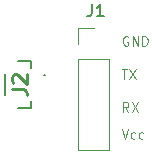
<source format=gbr>
%TF.GenerationSoftware,KiCad,Pcbnew,7.0.10*%
%TF.CreationDate,2024-02-12T13:48:28-05:00*%
%TF.ProjectId,Spectrometer_Breakout_Board,53706563-7472-46f6-9d65-7465725f4272,rev?*%
%TF.SameCoordinates,Original*%
%TF.FileFunction,Legend,Top*%
%TF.FilePolarity,Positive*%
%FSLAX46Y46*%
G04 Gerber Fmt 4.6, Leading zero omitted, Abs format (unit mm)*
G04 Created by KiCad (PCBNEW 7.0.10) date 2024-02-12 13:48:28*
%MOMM*%
%LPD*%
G01*
G04 APERTURE LIST*
%ADD10C,0.125000*%
%ADD11C,0.150000*%
%ADD12C,0.254000*%
%ADD13C,0.120000*%
%ADD14C,0.200000*%
G04 APERTURE END LIST*
D10*
X98964426Y-83169595D02*
X99421569Y-83169595D01*
X99192997Y-83969595D02*
X99192997Y-83169595D01*
X99612045Y-83169595D02*
X100145379Y-83969595D01*
X100145379Y-83169595D02*
X99612045Y-83969595D01*
X99535855Y-86763595D02*
X99269188Y-86382642D01*
X99078712Y-86763595D02*
X99078712Y-85963595D01*
X99078712Y-85963595D02*
X99383474Y-85963595D01*
X99383474Y-85963595D02*
X99459664Y-86001690D01*
X99459664Y-86001690D02*
X99497759Y-86039785D01*
X99497759Y-86039785D02*
X99535855Y-86115976D01*
X99535855Y-86115976D02*
X99535855Y-86230261D01*
X99535855Y-86230261D02*
X99497759Y-86306452D01*
X99497759Y-86306452D02*
X99459664Y-86344547D01*
X99459664Y-86344547D02*
X99383474Y-86382642D01*
X99383474Y-86382642D02*
X99078712Y-86382642D01*
X99802521Y-85963595D02*
X100335855Y-86763595D01*
X100335855Y-85963595D02*
X99802521Y-86763595D01*
X98964426Y-88249595D02*
X99231093Y-89049595D01*
X99231093Y-89049595D02*
X99497759Y-88249595D01*
X100107283Y-89011500D02*
X100031092Y-89049595D01*
X100031092Y-89049595D02*
X99878711Y-89049595D01*
X99878711Y-89049595D02*
X99802521Y-89011500D01*
X99802521Y-89011500D02*
X99764426Y-88973404D01*
X99764426Y-88973404D02*
X99726330Y-88897214D01*
X99726330Y-88897214D02*
X99726330Y-88668642D01*
X99726330Y-88668642D02*
X99764426Y-88592452D01*
X99764426Y-88592452D02*
X99802521Y-88554357D01*
X99802521Y-88554357D02*
X99878711Y-88516261D01*
X99878711Y-88516261D02*
X100031092Y-88516261D01*
X100031092Y-88516261D02*
X100107283Y-88554357D01*
X100792997Y-89011500D02*
X100716806Y-89049595D01*
X100716806Y-89049595D02*
X100564425Y-89049595D01*
X100564425Y-89049595D02*
X100488235Y-89011500D01*
X100488235Y-89011500D02*
X100450140Y-88973404D01*
X100450140Y-88973404D02*
X100412044Y-88897214D01*
X100412044Y-88897214D02*
X100412044Y-88668642D01*
X100412044Y-88668642D02*
X100450140Y-88592452D01*
X100450140Y-88592452D02*
X100488235Y-88554357D01*
X100488235Y-88554357D02*
X100564425Y-88516261D01*
X100564425Y-88516261D02*
X100716806Y-88516261D01*
X100716806Y-88516261D02*
X100792997Y-88554357D01*
X99497759Y-80413690D02*
X99421569Y-80375595D01*
X99421569Y-80375595D02*
X99307283Y-80375595D01*
X99307283Y-80375595D02*
X99192997Y-80413690D01*
X99192997Y-80413690D02*
X99116807Y-80489880D01*
X99116807Y-80489880D02*
X99078712Y-80566071D01*
X99078712Y-80566071D02*
X99040616Y-80718452D01*
X99040616Y-80718452D02*
X99040616Y-80832738D01*
X99040616Y-80832738D02*
X99078712Y-80985119D01*
X99078712Y-80985119D02*
X99116807Y-81061309D01*
X99116807Y-81061309D02*
X99192997Y-81137500D01*
X99192997Y-81137500D02*
X99307283Y-81175595D01*
X99307283Y-81175595D02*
X99383474Y-81175595D01*
X99383474Y-81175595D02*
X99497759Y-81137500D01*
X99497759Y-81137500D02*
X99535855Y-81099404D01*
X99535855Y-81099404D02*
X99535855Y-80832738D01*
X99535855Y-80832738D02*
X99383474Y-80832738D01*
X99878712Y-81175595D02*
X99878712Y-80375595D01*
X99878712Y-80375595D02*
X100335855Y-81175595D01*
X100335855Y-81175595D02*
X100335855Y-80375595D01*
X100716807Y-81175595D02*
X100716807Y-80375595D01*
X100716807Y-80375595D02*
X100907283Y-80375595D01*
X100907283Y-80375595D02*
X101021569Y-80413690D01*
X101021569Y-80413690D02*
X101097759Y-80489880D01*
X101097759Y-80489880D02*
X101135854Y-80566071D01*
X101135854Y-80566071D02*
X101173950Y-80718452D01*
X101173950Y-80718452D02*
X101173950Y-80832738D01*
X101173950Y-80832738D02*
X101135854Y-80985119D01*
X101135854Y-80985119D02*
X101097759Y-81061309D01*
X101097759Y-81061309D02*
X101021569Y-81137500D01*
X101021569Y-81137500D02*
X100907283Y-81175595D01*
X100907283Y-81175595D02*
X100716807Y-81175595D01*
D11*
X96440666Y-77686819D02*
X96440666Y-78401104D01*
X96440666Y-78401104D02*
X96393047Y-78543961D01*
X96393047Y-78543961D02*
X96297809Y-78639200D01*
X96297809Y-78639200D02*
X96154952Y-78686819D01*
X96154952Y-78686819D02*
X96059714Y-78686819D01*
X97440666Y-78686819D02*
X96869238Y-78686819D01*
X97154952Y-78686819D02*
X97154952Y-77686819D01*
X97154952Y-77686819D02*
X97059714Y-77829676D01*
X97059714Y-77829676D02*
X96964476Y-77924914D01*
X96964476Y-77924914D02*
X96869238Y-77972533D01*
D12*
X89669318Y-84864332D02*
X90576461Y-84864332D01*
X90576461Y-84864332D02*
X90757889Y-84924809D01*
X90757889Y-84924809D02*
X90878842Y-85045761D01*
X90878842Y-85045761D02*
X90939318Y-85227190D01*
X90939318Y-85227190D02*
X90939318Y-85348142D01*
X89790270Y-84320047D02*
X89729794Y-84259571D01*
X89729794Y-84259571D02*
X89669318Y-84138618D01*
X89669318Y-84138618D02*
X89669318Y-83836237D01*
X89669318Y-83836237D02*
X89729794Y-83715285D01*
X89729794Y-83715285D02*
X89790270Y-83654809D01*
X89790270Y-83654809D02*
X89911222Y-83594332D01*
X89911222Y-83594332D02*
X90032175Y-83594332D01*
X90032175Y-83594332D02*
X90213603Y-83654809D01*
X90213603Y-83654809D02*
X90939318Y-84380523D01*
X90939318Y-84380523D02*
X90939318Y-83594332D01*
D13*
%TO.C,J1*%
X95260000Y-79696000D02*
X96590000Y-79696000D01*
X95260000Y-81026000D02*
X95260000Y-79696000D01*
X95260000Y-82296000D02*
X95260000Y-89976000D01*
X95260000Y-82296000D02*
X97920000Y-82296000D01*
X95260000Y-89976000D02*
X97920000Y-89976000D01*
X97920000Y-82296000D02*
X97920000Y-89976000D01*
D14*
%TO.C,J2*%
X91265000Y-82441000D02*
X90152000Y-82441000D01*
X91265000Y-83041000D02*
X91265000Y-82441000D01*
X89065000Y-83541000D02*
X89065000Y-85341000D01*
X92465000Y-83691000D02*
X92465000Y-83691000D01*
X92465000Y-83691000D02*
X92365000Y-83691000D01*
X92365000Y-83691000D02*
X92365000Y-83691000D01*
X91265000Y-85841000D02*
X91265000Y-86441000D01*
X91265000Y-86441000D02*
X90152000Y-86441000D01*
X92365000Y-83691000D02*
G75*
G03*
X92465000Y-83691000I50000J0D01*
G01*
X92465000Y-83691000D02*
G75*
G03*
X92365000Y-83691000I-50000J0D01*
G01*
%TD*%
M02*

</source>
